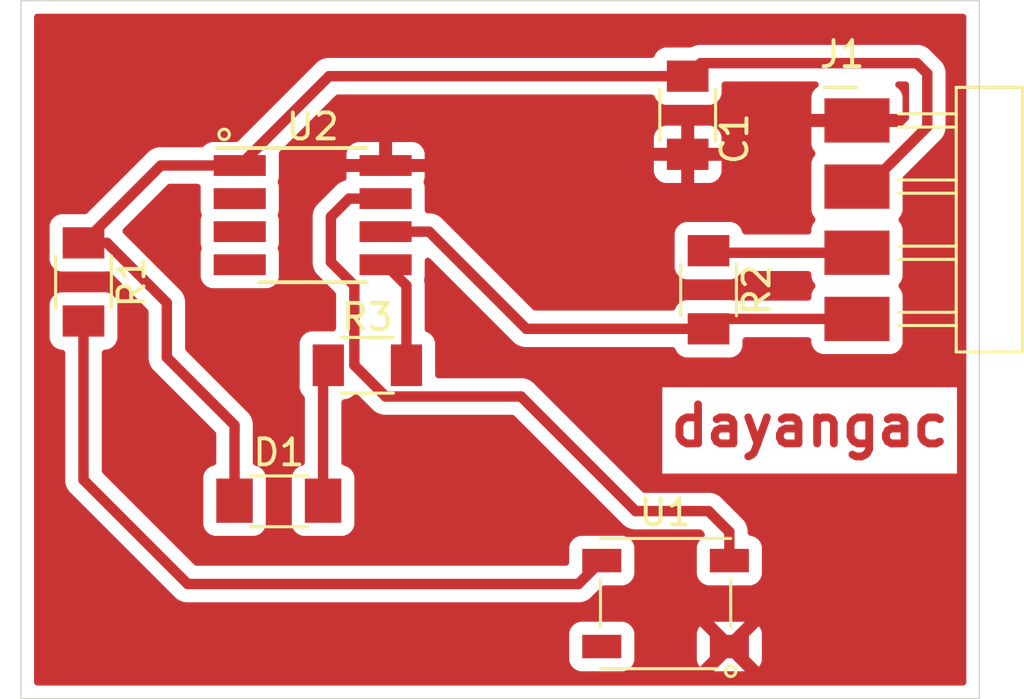
<source format=kicad_pcb>
(kicad_pcb (version 20240108) (generator "pcbnew") (generator_version "8.0")
  (layers (0 "F.Cu" signal) (31 "B.Cu" signal) (34 "B.Paste" user) (35 "F.Paste" user) (36 "B.SilkS" user "B.Silkscreen") (37 "F.SilkS" user "F.Silkscreen") (38 "B.Mask" user) (39 "F.Mask" user) (44 "Edge.Cuts" user))
  (net 0 "")
  (net 1 "VCC")
  (net 2 "GND")
  (net 3 "Net-(D1-A)")
  (net 4 "Net-(U1-VDD)")
  (net 5 "TX")
  (net 6 "RX")
  (net 7 "STAT")
  (net 9 "WS")
  (footprint "fab:C_1206" (layer "F.Cu") (at 152.4 72.4 -90)
    (property "Reference" "C1" (at 0.9 -1.8 90) (layer "F.SilkS"))
    (property "Value" "C_1206")
    (fp_line (start 1 1.07) (end -1 1.07) (stroke (width 0.12)) (layer "F.SilkS"))
    (fp_line (start -1 -1.07) (end 1 -1.07) (stroke (width 0.12)) (layer "F.SilkS"))
    (pad "1" smd rect (at -1.5 0 270) (size 1.2 1.6) (layers "F.Cu" "F.Paste" "F.Mask") (net 1 "VCC"))
    (pad "2" smd rect (at 1.5 0 270) (size 1.2 1.6) (layers "F.Cu" "F.Paste" "F.Mask") (net 2 "GND"))
  )
  (footprint "fab:LED_1206" (layer "F.Cu") (at 136.7 87.2)
    (property "Reference" "D1" (at 0 -1.85 0) (layer "F.SilkS"))
    (property "Value" "LED_1206")
    (fp_line (start -1.1 -0.95) (end 1.1 -0.95) (stroke (width 0.12)) (layer "F.SilkS"))
    (fp_line (start -1.1 1) (end 1.1 1) (stroke (width 0.12)) (layer "F.SilkS"))
    (pad "1" smd rect (at -1.7 0) (size 1.4 1.7) (layers "F.Cu" "F.Paste" "F.Mask") (net 1 "VCC"))
    (pad "2" smd rect (at 1.7 0) (size 1.4 1.7) (layers "F.Cu" "F.Paste" "F.Mask") (net 3 "Net-(D1-A)"))
  )
  (footprint "fab:PinHeader_01x04_P2.54mm_Horizontal_SMD" (layer "F.Cu") (at 158.9 72.6)
    (property "Reference" "J1" (at -1.524 -2.54 180) (layer "F.SilkS") (effects (justify left)))
    (property "Value" "Conn_PinHeader_1x04_P2.54mm_Horizontal_SMD" (hide yes))
    (fp_line (start -1.27 -1.27) (end 0 -1.27) (stroke (width 0.12)) (layer "F.SilkS"))
    (fp_line (start 3.81 -1.27) (end 6.35 -1.27) (stroke (width 0.12)) (layer "F.SilkS"))
    (fp_line (start 3.81 -0.254) (end 1.6 -0.254) (stroke (width 0.12)) (layer "F.SilkS"))
    (fp_line (start 3.81 0.254) (end 1.6 0.254) (stroke (width 0.12)) (layer "F.SilkS"))
    (fp_line (start 3.81 2.286) (end 1.6 2.286) (stroke (width 0.12)) (layer "F.SilkS"))
    (fp_line (start 3.81 2.794) (end 1.6 2.794) (stroke (width 0.12)) (layer "F.SilkS"))
    (fp_line (start 3.81 4.826) (end 1.6 4.826) (stroke (width 0.12)) (layer "F.SilkS"))
    (fp_line (start 3.81 5.334) (end 1.6 5.334) (stroke (width 0.12)) (layer "F.SilkS"))
    (fp_line (start 3.81 7.366) (end 1.6 7.366) (stroke (width 0.12)) (layer "F.SilkS"))
    (fp_line (start 3.81 7.874) (end 1.6 7.874) (stroke (width 0.12)) (layer "F.SilkS"))
    (fp_line (start 3.81 8.89) (end 3.81 -1.27) (stroke (width 0.12)) (layer "F.SilkS"))
    (fp_line (start 6.35 -1.27) (end 6.35 8.89) (stroke (width 0.12)) (layer "F.SilkS"))
    (fp_line (start 6.35 8.89) (end 3.81 8.89) (stroke (width 0.12)) (layer "F.SilkS"))
    (pad "1" smd rect (at 0 0) (size 2.5 1.7) (layers "F.Cu" "F.Paste" "F.Mask") (net 2 "GND"))
    (pad "2" smd rect (at 0 2.54) (size 2.5 1.7) (layers "F.Cu" "F.Paste" "F.Mask") (net 1 "VCC"))
    (pad "3" smd rect (at 0 5.08) (size 2.5 1.7) (layers "F.Cu" "F.Paste" "F.Mask") (net 5 "TX"))
    (pad "4" smd rect (at 0 7.62) (size 2.5 1.7) (layers "F.Cu" "F.Paste" "F.Mask") (net 6 "RX"))
  )
  (footprint "fab:R_1206" (layer "F.Cu") (at 153.2 79.1 -90)
    (property "Reference" "R2" (at 0 -1.85 90) (layer "F.SilkS"))
    (property "Value" "R_1206")
    (fp_line (start 1 1.07) (end -1 1.07) (stroke (width 0.12)) (layer "F.SilkS"))
    (fp_line (start -1 -1.07) (end 1 -1.07) (stroke (width 0.12)) (layer "F.SilkS"))
    (pad "1" smd rect (at -1.5 0 270) (size 1.2 1.6) (layers "F.Cu" "F.Paste" "F.Mask") (net 5 "TX"))
    (pad "2" smd rect (at 1.5 0 270) (size 1.2 1.6) (layers "F.Cu" "F.Paste" "F.Mask") (net 6 "RX"))
  )
  (footprint "fab:R_1206" (layer "F.Cu") (at 129.2 78.8 -90)
    (property "Reference" "R1" (at 0 -1.85 90) (layer "F.SilkS"))
    (property "Value" "R_1206")
    (fp_line (start 1 1.07) (end -1 1.07) (stroke (width 0.12)) (layer "F.SilkS"))
    (fp_line (start -1 -1.07) (end 1 -1.07) (stroke (width 0.12)) (layer "F.SilkS"))
    (pad "1" smd rect (at -1.5 0 270) (size 1.2 1.6) (layers "F.Cu" "F.Paste" "F.Mask") (net 1 "VCC"))
    (pad "2" smd rect (at 1.5 0 270) (size 1.2 1.6) (layers "F.Cu" "F.Paste" "F.Mask") (net 4 "Net-(U1-VDD)"))
  )
  (footprint "fab:R_1206" (layer "F.Cu") (at 140.1 82)
    (property "Reference" "R3" (at 0 -1.85 0) (layer "F.SilkS"))
    (property "Value" "R_1206")
    (fp_line (start -1 -1.07) (end 1 -1.07) (stroke (width 0.12)) (layer "F.SilkS"))
    (fp_line (start 1 1.07) (end -1 1.07) (stroke (width 0.12)) (layer "F.SilkS"))
    (pad "1" smd rect (at -1.5 0) (size 1.2 1.6) (layers "F.Cu" "F.Paste" "F.Mask") (net 3 "Net-(D1-A)"))
    (pad "2" smd rect (at 1.5 0) (size 1.2 1.6) (layers "F.Cu" "F.Paste" "F.Mask") (net 7 "STAT"))
  )
  (footprint "fab:SOIC-8_3.9x4.9mm_P1.27mm" (layer "F.Cu") (at 138 76.235)
    (property "Reference" "U2" (at 0 -3.4 0) (layer "F.SilkS"))
    (property "Value" "Microcontroller_ATtiny412_SSFR")
    (fp_line (start -3.69 -2.575) (end 2.075 -2.575) (stroke (width 0.15)) (layer "F.SilkS"))
    (fp_line (start -2.075 2.575) (end 2.075 2.575) (stroke (width 0.15)) (layer "F.SilkS"))
    (fp_circle (center -3.4 -3.1) (end -3.2 -3.1) (stroke (width 0.12)) (fill none) (layer "F.SilkS"))
    (pad "1" smd rect (at -2.8 -1.905) (size 2 0.8) (layers "F.Cu" "F.Paste" "F.Mask") (net 1 "VCC"))
    (pad "2" smd rect (at -2.8 -0.635) (size 2 0.8) (layers "F.Cu" "F.Paste" "F.Mask"))
    (pad "3" smd rect (at -2.8 0.635) (size 2 0.8) (layers "F.Cu" "F.Paste" "F.Mask"))
    (pad "4" smd rect (at -2.8 1.905) (size 2 0.8) (layers "F.Cu" "F.Paste" "F.Mask"))
    (pad "5" smd rect (at 2.8 1.905) (size 2 0.8) (layers "F.Cu" "F.Paste" "F.Mask") (net 7 "STAT"))
    (pad "6" smd rect (at 2.8 0.635) (size 2 0.8) (layers "F.Cu" "F.Paste" "F.Mask") (net 6 "RX"))
    (pad "7" smd rect (at 2.8 -0.635) (size 2 0.8) (layers "F.Cu" "F.Paste" "F.Mask") (net 9 "WS"))
    (pad "8" smd rect (at 2.8 -1.905) (size 2 0.8) (layers "F.Cu" "F.Paste" "F.Mask") (net 2 "GND"))
  )
  (footprint "fab:LED_ADDR_Worldsemi_WS2812B" (layer "F.Cu") (at 151.55 91.15)
    (property "Reference" "U1" (at 0 -3.5 0) (layer "F.SilkS"))
    (property "Value" "LED_ADDR_Worldsemi_WS2812B")
    (fp_line (start -2.5 -0.9) (end -2.5 0.9) (stroke (width 0.12)) (layer "F.SilkS"))
    (fp_line (start -2.5 2.5) (end 2 2.5) (stroke (width 0.12)) (layer "F.SilkS"))
    (fp_line (start 2.5 -2.5) (end -2.5 -2.5) (stroke (width 0.12)) (layer "F.SilkS"))
    (fp_line (start 2.5 -0.9) (end 2.5 0.9) (stroke (width 0.12)) (layer "F.SilkS"))
    (fp_circle (center 2.5 2.6) (end 2.7 2.6) (stroke (width 0.12)) (fill none) (layer "F.SilkS"))
    (pad "1" smd rect (at -2.45 -1.65) (size 1.5 0.9) (layers "F.Cu" "F.Paste" "F.Mask") (net 4 "Net-(U1-VDD)"))
    (pad "2" smd rect (at -2.45 1.65) (size 1.5 0.9) (layers "F.Cu" "F.Paste" "F.Mask"))
    (pad "3" smd rect (at 2.45 1.65) (size 1.5 0.9) (layers "F.Cu" "F.Paste" "F.Mask") (net 2 "GND"))
    (pad "4" smd rect (at 2.45 -1.65) (size 1.5 0.9) (layers "F.Cu" "F.Paste" "F.Mask") (net 9 "WS"))
  )
  (gr_rect (start 126.8 68) (end 163.6 94.8) (stroke (width 0.05)) (fill none) (layer "Edge.Cuts"))
  (gr_text "dayangac" (at 151.6 85.2 0) (layer "F.Cu") (effects (font (size 1.5 1.5) (thickness 0.3) (bold yes)) (justify left bottom)))
  (segment (start 138.63 70.9) (end 152.4 70.9) (width 0.4) (layer "F.Cu") (net 1))
  (segment (start 159.3 75.14) (end 161.6 72.84) (width 0.4) (layer "F.Cu") (net 1))
  (segment (start 132.4 81.7) (end 132.4 79.6) (width 0.4) (layer "F.Cu") (net 1))
  (segment (start 158.9 75.14) (end 159.66 75.14) (width 0.4) (layer "F.Cu") (net 1))
  (segment (start 135.2 74.33) (end 138.63 70.9) (width 0.4) (layer "F.Cu") (net 1))
  (segment (start 152.9 70.4) (end 152.4 70.9) (width 0.4) (layer "F.Cu") (net 1))
  (segment (start 135 87.2) (end 135 84.3) (width 0.4) (layer "F.Cu") (net 1))
  (segment (start 129.2 77.3) (end 132.17 74.33) (width 0.4) (layer "F.Cu") (net 1))
  (segment (start 130.1 77.3) (end 129.2 77.3) (width 0.4) (layer "F.Cu") (net 1))
  (segment (start 161.6 72.84) (end 161.6 70.8) (width 0.4) (layer "F.Cu") (net 1))
  (segment (start 158.9 75.14) (end 159.3 75.14) (width 0.4) (layer "F.Cu") (net 1))
  (segment (start 161.2 70.4) (end 152.9 70.4) (width 0.4) (layer "F.Cu") (net 1))
  (segment (start 132.17 74.33) (end 135.2 74.33) (width 0.4) (layer "F.Cu") (net 1))
  (segment (start 132.4 79.6) (end 130.1 77.3) (width 0.4) (layer "F.Cu") (net 1))
  (segment (start 135 84.3) (end 132.4 81.7) (width 0.4) (layer "F.Cu") (net 1))
  (segment (start 161.6 70.8) (end 161.2 70.4) (width 0.4) (layer "F.Cu") (net 1))
  (segment (start 158.9 72.6) (end 158.5 72.6) (width 0.4) (layer "F.Cu") (net 2))
  (segment (start 138.4 82.2) (end 138.6 82) (width 0.4) (layer "F.Cu") (net 3))
  (segment (start 138.4 87.2) (end 138.4 82.2) (width 0.4) (layer "F.Cu") (net 3))
  (segment (start 148.2 90.4) (end 149.1 89.5) (width 0.4) (layer "F.Cu") (net 4))
  (segment (start 133.2 90.4) (end 148.2 90.4) (width 0.4) (layer "F.Cu") (net 4))
  (segment (start 129.2 80.3) (end 129.2 86.4) (width 0.4) (layer "F.Cu") (net 4))
  (segment (start 129.2 86.4) (end 133.2 90.4) (width 0.4) (layer "F.Cu") (net 4))
  (segment (start 153.28 77.68) (end 153.2 77.6) (width 0.4) (layer "F.Cu") (net 5))
  (segment (start 158.9 77.68) (end 153.28 77.68) (width 0.4) (layer "F.Cu") (net 5))
  (segment (start 158.9 80.22) (end 153.58 80.22) (width 0.4) (layer "F.Cu") (net 6))
  (segment (start 153.2 80.6) (end 146.2 80.6) (width 0.4) (layer "F.Cu") (net 6))
  (segment (start 146.2 80.6) (end 142.47 76.87) (width 0.4) (layer "F.Cu") (net 6))
  (segment (start 142.47 76.87) (end 140.8 76.87) (width 0.4) (layer "F.Cu") (net 6))
  (segment (start 153.58 80.22) (end 153.2 80.6) (width 0.4) (layer "F.Cu") (net 6))
  (segment (start 141.6 78.94) (end 140.8 78.14) (width 0.4) (layer "F.Cu") (net 7))
  (segment (start 141.6 82) (end 141.6 78.94) (width 0.4) (layer "F.Cu") (net 7))
  (segment (start 153.2 87.6) (end 154 88.4) (width 0.4) (layer "F.Cu") (net 9))
  (segment (start 146 83.2) (end 140.8 83.2) (width 0.4) (layer "F.Cu") (net 9))
  (segment (start 139.4 75.6) (end 140.8 75.6) (width 0.4) (layer "F.Cu") (net 9))
  (segment (start 140.8 83.2) (end 139.6 82) (width 0.4) (layer "F.Cu") (net 9))
  (segment (start 138.7 76.3) (end 139.4 75.6) (width 0.4) (layer "F.Cu") (net 9))
  (segment (start 139.6 78.94) (end 138.7 78.04) (width 0.4) (layer "F.Cu") (net 9))
  (segment (start 150.4 87.6) (end 153.2 87.6) (width 0.4) (layer "F.Cu") (net 9))
  (segment (start 146 83.2) (end 150.4 87.6) (width 0.4) (layer "F.Cu") (net 9))
  (segment (start 154 88.4) (end 154 89.5) (width 0.4) (layer "F.Cu") (net 9))
  (segment (start 139.6 82) (end 139.6 78.94) (width 0.4) (layer "F.Cu") (net 9))
  (segment (start 138.7 78.04) (end 138.7 76.3) (width 0.4) (layer "F.Cu") (net 9))
  (zone (net 2) (net_name "GND") (layer "F.Cu") (connect_pads (clearance 0.5)) (min_thickness 0.25) (fill yes (thermal_gap 0.5) (thermal_bridge_width 0.5))
    (polygon (pts (xy 126.8 68) (xy 163.6 68) (xy 163.6 94) (xy 162.8 94.8) (xy 126.393939 94.8)))
  )
)
</source>
